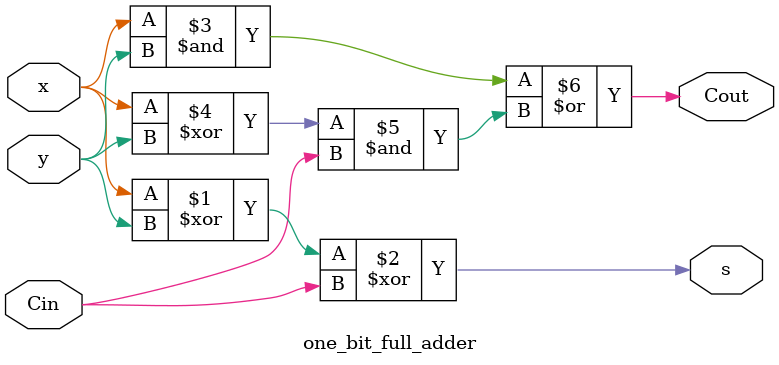
<source format=v>
module one_bit_full_adder (x,y,Cin,s,Cout);
  input x;
  input y;
  input Cin;
  output s;
  output Cout;

  assign s = x ^ y ^ Cin;
  assign Cout = (x & y) | (x ^ y) & Cin;
endmodule // 1bit_full_adder

</source>
